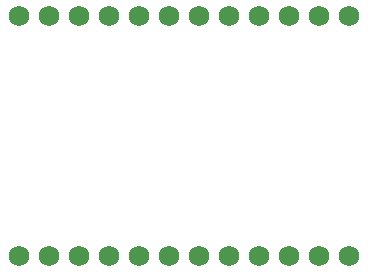
<source format=gbs>
G04 Layer: BottomSolderMaskLayer*
G04 EasyEDA Pro v1.7.31, 2022-10-01 17:20:27*
G04 Gerber Generator version 0.3*
G04 Scale: 100 percent, Rotated: No, Reflected: No*
G04 Dimensions in millimeters*
G04 Leading zeros omitted, absolute positions, 3 integers and 3 decimals*
%FSLAX33Y33*%
%MOMM*%
%ADD10C,1.7272*%
G75*


G04 Pad Start*
G54D10*
G01X14732Y4699D03*
G01X17272Y4699D03*
G01X9652Y4699D03*
G01X12192Y4699D03*
G01X19812Y4699D03*
G01X22352Y4699D03*
G01X24892Y4699D03*
G01X27432Y4699D03*
G01X35052Y4699D03*
G01X14732Y25019D03*
G01X9652Y25019D03*
G01X12192Y25019D03*
G01X37592Y4699D03*
G01X29972Y4699D03*
G01X32512Y4699D03*
G01X19812Y25019D03*
G01X22352Y25019D03*
G01X24892Y25019D03*
G01X27432Y25019D03*
G01X32512Y25019D03*
G01X29972Y25019D03*
G01X17272Y25019D03*
G01X35052Y25019D03*
G01X37592Y25019D03*
G04 Pad End*

M02*

</source>
